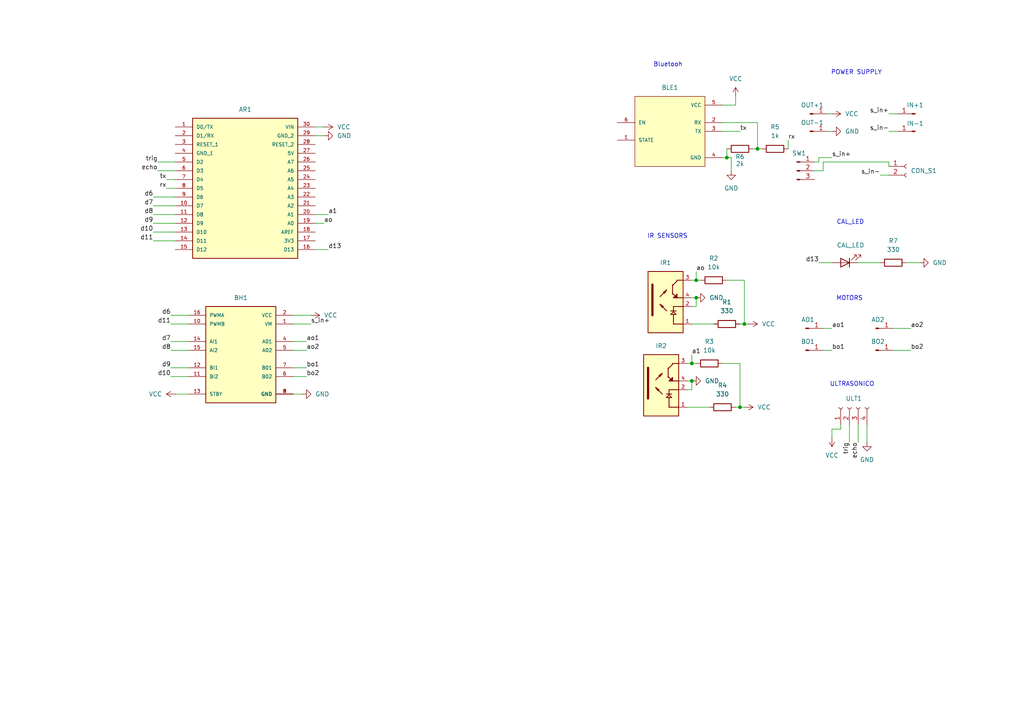
<source format=kicad_sch>
(kicad_sch (version 20250114) (generator "eeschema") (generator_version "9.0")
  (paper "A4")
  (lib_symbols
    (symbol "A000005:A000005" (pin_names (offset 1.016))
      (property "Reference" "U" (at -15.2534 21.1154 0))
      (property "Value" "A000005" (at -15.2429 -22.8688 0))
      (symbol "A000005_0_0"
        (rectangle (start -15.24 -20.32) (end 15.24 20.32) (stroke (width 0.254)) (fill (type background)))
        (pin bidirectional line (at -20.32 17.78 0) (length 5.08) (name "D0/TX") (number "1"))
        (pin bidirectional line (at -20.32 15.24 0) (length 5.08) (name "D1/RX") (number "2"))
        (pin input line (at -20.32 12.7 0) (length 5.08) (name "RESET_1") (number "3"))
        (pin power_in line (at -20.32 10.16 0) (length 5.08) (name "GND_1") (number "4"))
        (pin bidirectional line (at -20.32 7.62 0) (length 5.08) (name "D2") (number "5"))
        (pin bidirectional line (at -20.32 5.08 0) (length 5.08) (name "D3") (number "6"))
        (pin bidirectional line (at -20.32 2.54 0) (length 5.08) (name "D4") (number "7"))
        (pin bidirectional line (at -20.32 0 0) (length 5.08) (name "D5") (number "8"))
        (pin bidirectional line (at -20.32 -2.54 0) (length 5.08) (name "D6") (number "9"))
        (pin bidirectional line (at -20.32 -5.08 0) (length 5.08) (name "D7") (number "10"))
        (pin bidirectional line (at -20.32 -7.62 0) (length 5.08) (name "D8") (number "11"))
        (pin bidirectional line (at -20.32 -10.16 0) (length 5.08) (name "D9") (number "12"))
        (pin bidirectional line (at -20.32 -12.7 0) (length 5.08) (name "D10") (number "13"))
        (pin bidirectional line (at -20.32 -15.24 0) (length 5.08) (name "D11") (number "14"))
        (pin bidirectional line (at -20.32 -17.78 0) (length 5.08) (name "D12") (number "15"))
        (pin power_in line (at 20.32 17.78 180) (length 5.08) (name "VIN") (number "30"))
        (pin power_in line (at 20.32 15.24 180) (length 5.08) (name "GND_2") (number "29"))
        (pin input line (at 20.32 12.7 180) (length 5.08) (name "RESET_2") (number "28"))
        (pin power_in line (at 20.32 10.16 180) (length 5.08) (name "5V") (number "27"))
        (pin input line (at 20.32 7.62 180) (length 5.08) (name "A7") (number "26"))
        (pin input line (at 20.32 5.08 180) (length 5.08) (name "A6") (number "25"))
        (pin input line (at 20.32 2.54 180) (length 5.08) (name "A5") (number "24"))
        (pin input line (at 20.32 0 180) (length 5.08) (name "A4") (number "23"))
        (pin input line (at 20.32 -2.54 180) (length 5.08) (name "A3") (number "22"))
        (pin input line (at 20.32 -5.08 180) (length 5.08) (name "A2") (number "21"))
        (pin input line (at 20.32 -7.62 180) (length 5.08) (name "A1") (number "20"))
        (pin input line (at 20.32 -10.16 180) (length 5.08) (name "A0") (number "19"))
        (pin input line (at 20.32 -12.7 180) (length 5.08) (name "AREF") (number "18"))
        (pin power_in line (at 20.32 -15.24 180) (length 5.08) (name "3V3") (number "17"))
        (pin bidirectional line (at 20.32 -17.78 180) (length 5.08) (name "D13") (number "16"))
      )
    )
    (symbol "Connector:Conn_01x01_Pin" (pin_names (offset 1.016) (hide yes))
      (property "Reference" "J" (at 0 2.54 0))
      (property "Value" "Conn_01x01_Pin" (at 0 -2.54 0))
      (symbol "Conn_01x01_Pin_1_1"
        (rectangle (start 0.8636 0.127) (end 0 -0.127) (stroke (width 0.1524)) (fill (type outline)))
        (polyline (pts (xy 1.27 0) (xy 0.8636 0)) (stroke (width 0.1524)))
        (pin passive line (at 5.08 0 180) (length 3.81) (name "Pin_1") (number "1"))
      )
    )
    (symbol "Connector:Conn_01x02_Socket" (pin_names (offset 1.016) (hide yes))
      (property "Reference" "J" (at 0 2.54 0))
      (property "Value" "Conn_01x02_Socket" (at 0 -5.08 0))
      (symbol "Conn_01x02_Socket_1_1"
        (polyline (pts (xy -1.27 0) (xy -0.508 0)) (stroke (width 0.1524)))
        (polyline (pts (xy -1.27 -2.54) (xy -0.508 -2.54)) (stroke (width 0.1524)))
        (arc (start 0 -0.508) (mid -0.5058 0) (end 0 0.508) (stroke (width 0.1524)))
        (arc (start 0 -3.048) (mid -0.5058 -2.54) (end 0 -2.032) (stroke (width 0.1524)))
        (pin passive line (at -5.08 0 0) (length 3.81) (name "Pin_1") (number "1"))
        (pin passive line (at -5.08 -2.54 0) (length 3.81) (name "Pin_2") (number "2"))
      )
    )
    (symbol "Connector:Conn_01x03_Pin" (pin_names (offset 1.016) (hide yes))
      (property "Reference" "J" (at 0 5.08 0))
      (property "Value" "Conn_01x03_Pin" (at 0 -5.08 0))
      (symbol "Conn_01x03_Pin_1_1"
        (rectangle (start 0.8636 2.667) (end 0 2.413) (stroke (width 0.1524)) (fill (type outline)))
        (rectangle (start 0.8636 0.127) (end 0 -0.127) (stroke (width 0.1524)) (fill (type outline)))
        (rectangle (start 0.8636 -2.413) (end 0 -2.667) (stroke (width 0.1524)) (fill (type outline)))
        (polyline (pts (xy 1.27 2.54) (xy 0.8636 2.54)) (stroke (width 0.1524)))
        (polyline (pts (xy 1.27 0) (xy 0.8636 0)) (stroke (width 0.1524)))
        (polyline (pts (xy 1.27 -2.54) (xy 0.8636 -2.54)) (stroke (width 0.1524)))
        (pin passive line (at 5.08 2.54 180) (length 3.81) (name "Pin_1") (number "1"))
        (pin passive line (at 5.08 0 180) (length 3.81) (name "Pin_2") (number "2"))
        (pin passive line (at 5.08 -2.54 180) (length 3.81) (name "Pin_3") (number "3"))
      )
    )
    (symbol "Connector:Conn_01x04_Socket" (pin_names (offset 1.016) (hide yes))
      (property "Reference" "J" (at 0 5.08 0))
      (property "Value" "Conn_01x04_Socket" (at 0 -7.62 0))
      (symbol "Conn_01x04_Socket_1_1"
        (polyline (pts (xy -1.27 2.54) (xy -0.508 2.54)) (stroke (width 0.1524)))
        (polyline (pts (xy -1.27 0) (xy -0.508 0)) (stroke (width 0.1524)))
        (polyline (pts (xy -1.27 -2.54) (xy -0.508 -2.54)) (stroke (width 0.1524)))
        (polyline (pts (xy -1.27 -5.08) (xy -0.508 -5.08)) (stroke (width 0.1524)))
        (arc (start 0 2.032) (mid -0.5058 2.54) (end 0 3.048) (stroke (width 0.1524)))
        (arc (start 0 -0.508) (mid -0.5058 0) (end 0 0.508) (stroke (width 0.1524)))
        (arc (start 0 -3.048) (mid -0.5058 -2.54) (end 0 -2.032) (stroke (width 0.1524)))
        (arc (start 0 -5.588) (mid -0.5058 -5.08) (end 0 -4.572) (stroke (width 0.1524)))
        (pin passive line (at -5.08 2.54 0) (length 3.81) (name "Pin_1") (number "1"))
        (pin passive line (at -5.08 0 0) (length 3.81) (name "Pin_2") (number "2"))
        (pin passive line (at -5.08 -2.54 0) (length 3.81) (name "Pin_3") (number "3"))
        (pin passive line (at -5.08 -5.08 0) (length 3.81) (name "Pin_4") (number "4"))
      )
    )
    (symbol "Device:LED" (pin_numbers (hide yes)) (pin_names (offset 1.016) (hide yes))
      (property "Reference" "D" (at 0 2.54 0))
      (property "Value" "LED" (at 0 -2.54 0))
      (symbol "LED_0_1"
        (polyline (pts (xy -3.048 -0.762) (xy -4.572 -2.286) (xy -3.81 -2.286) (xy -4.572 -2.286) (xy -4.572 -1.524)))
        (polyline (pts (xy -1.778 -0.762) (xy -3.302 -2.286) (xy -2.54 -2.286) (xy -3.302 -2.286) (xy -3.302 -1.524)))
        (polyline (pts (xy -1.27 0) (xy 1.27 0)))
        (polyline (pts (xy -1.27 -1.27) (xy -1.27 1.27)) (stroke (width 0.254)))
        (polyline (pts (xy 1.27 -1.27) (xy 1.27 1.27) (xy -1.27 0) (xy 1.27 -1.27)) (stroke (width 0.254)))
      )
      (symbol "LED_1_1"
        (pin passive line (at -3.81 0 0) (length 2.54) (name "K") (number "1"))
        (pin passive line (at 3.81 0 180) (length 2.54) (name "A") (number "2"))
      )
    )
    (symbol "Device:R" (pin_numbers (hide yes)) (pin_names (offset 0))
      (property "Reference" "R" (at 2.032 0 90))
      (property "Value" "R" (at 0 0 90))
      (symbol "R_0_1"
        (rectangle (start -1.016 -2.54) (end 1.016 2.54) (stroke (width 0.254)))
      )
      (symbol "R_1_1"
        (pin passive line (at 0 3.81 270) (length 1.27) (name "~") (number "1"))
        (pin passive line (at 0 -3.81 90) (length 1.27) (name "~") (number "2"))
      )
    )
    (symbol "QRE1113:QRE1113" (pin_names (offset 1.016))
      (property "Reference" "U" (at -5.08 10.795 0))
      (property "Value" "QRE1113" (at -5.08 -10.16 0))
      (symbol "QRE1113_0_0"
        (rectangle (start -5.08 -7.62) (end 5.08 10.16) (stroke (width 0.254)) (fill (type background)))
        (polyline (pts (xy -3.81 6.35) (xy -3.81 -2.54)) (stroke (width 0.635)))
        (polyline (pts (xy -1.5875 2.8575) (xy 0.3175 4.7625)) (stroke (width 0.254)))
        (polyline (pts (xy -1.5875 0.635) (xy -0.9525 -0.3175)) (stroke (width 0.254)))
        (polyline (pts (xy -1.5875 0.635) (xy -0.635 0)) (stroke (width 0.254)))
        (polyline (pts (xy 0.3175 4.7625) (xy -0.635 4.1275)) (stroke (width 0.254)))
        (polyline (pts (xy 0.3175 4.7625) (xy -0.3175 3.81)) (stroke (width 0.254)))
        (polyline (pts (xy 0.3175 -1.27) (xy -1.5875 0.635)) (stroke (width 0.254)))
        (polyline (pts (xy 2.032 6.096) (xy 2.032 6.35)) (stroke (width 0.254)))
        (polyline (pts (xy 2.032 6.096) (xy 2.032 3.81)) (stroke (width 0.254)))
        (polyline (pts (xy 2.032 3.81) (xy 2.032 3.556)) (stroke (width 0.254)))
        (polyline (pts (xy 2.032 3.81) (xy 3.302 2.54)) (stroke (width 0.254)))
        (polyline (pts (xy 2.286 2.54) (xy 3.048 2.54)) (stroke (width 0.254)))
        (polyline (pts (xy 2.286 0) (xy 5.08 0)) (stroke (width 0.254)))
        (polyline (pts (xy 2.286 -1.27) (xy 2.286 0)) (stroke (width 0.254)))
        (polyline (pts (xy 2.286 -1.524) (xy 1.524 -2.286)) (stroke (width 0.254)))
        (polyline (pts (xy 2.286 -2.286) (xy 1.524 -2.286)) (stroke (width 0.254)))
        (polyline (pts (xy 2.286 -2.286) (xy 3.048 -2.286)) (stroke (width 0.254)))
        (polyline (pts (xy 2.286 -5.08) (xy 2.286 -2.286)) (stroke (width 0.254)))
        (polyline (pts (xy 2.54 2.794) (xy 2.286 2.54)) (stroke (width 0.254)))
        (polyline (pts (xy 2.54 2.794) (xy 2.794 2.794)) (stroke (width 0.254)))
        (polyline (pts (xy 2.794 2.794) (xy 3.048 2.54)) (stroke (width 0.254)))
        (polyline (pts (xy 3.048 3.048) (xy 2.794 2.794)) (stroke (width 0.254)))
        (polyline (pts (xy 3.048 3.048) (xy 3.302 3.302)) (stroke (width 0.254)))
        (polyline (pts (xy 3.048 2.54) (xy 3.048 3.048)) (stroke (width 0.254)))
        (polyline (pts (xy 3.048 2.54) (xy 3.302 2.54)) (stroke (width 0.254)))
        (polyline (pts (xy 3.048 -1.27) (xy 1.524 -1.27)) (stroke (width 0.254)))
        (polyline (pts (xy 3.048 -2.286) (xy 2.286 -1.524)) (stroke (width 0.254)))
        (polyline (pts (xy 3.302 7.62) (xy 3.302 7.366)) (stroke (width 0.254)))
        (polyline (pts (xy 3.302 7.366) (xy 2.032 6.096)) (stroke (width 0.254)))
        (polyline (pts (xy 3.302 3.556) (xy 2.54 2.794)) (stroke (width 0.254)))
        (polyline (pts (xy 3.302 3.302) (xy 3.302 3.556)) (stroke (width 0.254)))
        (polyline (pts (xy 3.302 2.794) (xy 3.048 3.048)) (stroke (width 0.254)))
        (polyline (pts (xy 3.302 2.794) (xy 3.302 3.302)) (stroke (width 0.254)))
        (polyline (pts (xy 3.302 2.54) (xy 3.302 2.794)) (stroke (width 0.254)))
        (polyline (pts (xy 3.302 2.54) (xy 5.08 2.54)) (stroke (width 0.254)))
        (polyline (pts (xy 5.08 7.62) (xy 3.302 7.62)) (stroke (width 0.254)))
        (polyline (pts (xy 5.08 -5.08) (xy 2.286 -5.08)) (stroke (width 0.254)))
        (pin passive line (at 7.62 7.62 180) (length 2.54) (name "~") (number "3"))
        (pin passive line (at 7.62 2.54 180) (length 2.54) (name "~") (number "4"))
        (pin passive line (at 7.62 0 180) (length 2.54) (name "~") (number "2"))
        (pin passive line (at 7.62 -5.08 180) (length 2.54) (name "~") (number "1"))
      )
    )
    (symbol "ROB-14450:ROB-14450" (pin_names (offset 1.016))
      (property "Reference" "U" (at -10.16 16.002 0))
      (property "Value" "ROB-14450" (at -10.16 -15.24 0))
      (symbol "ROB-14450_0_0"
        (rectangle (start -10.16 -12.7) (end 10.16 15.24) (stroke (width 0.254)) (fill (type background)))
        (pin input line (at -15.24 12.7 0) (length 5.08) (name "PWMA") (number "16"))
        (pin input line (at -15.24 10.16 0) (length 5.08) (name "PWMB") (number "10"))
        (pin input line (at -15.24 5.08 0) (length 5.08) (name "AI1") (number "14"))
        (pin input line (at -15.24 2.54 0) (length 5.08) (name "AI2") (number "15"))
        (pin input line (at -15.24 -2.54 0) (length 5.08) (name "BI1") (number "12"))
        (pin input line (at -15.24 -5.08 0) (length 5.08) (name "BI2") (number "11"))
        (pin input line (at -15.24 -10.16 0) (length 5.08) (name "STBY") (number "13"))
        (pin power_in line (at 15.24 12.7 180) (length 5.08) (name "VCC") (number "2"))
        (pin power_in line (at 15.24 10.16 180) (length 5.08) (name "VM") (number "1"))
        (pin output line (at 15.24 5.08 180) (length 5.08) (name "A01") (number "4"))
        (pin output line (at 15.24 2.54 180) (length 5.08) (name "A02") (number "5"))
        (pin output line (at 15.24 -2.54 180) (length 5.08) (name "B01") (number "7"))
        (pin output line (at 15.24 -5.08 180) (length 5.08) (name "B02") (number "6"))
        (pin power_in line (at 15.24 -10.16 180) (length 5.08) (name "GND") (number "3"))
        (pin power_in line (at 15.24 -10.16 180) (length 5.08) (name "GND") (number "8"))
        (pin power_in line (at 15.24 -10.16 180) (length 5.08) (name "GND") (number "9"))
      )
    )
    (symbol "ZC142200:ZC142200" (pin_names (offset 1.016))
      (property "Reference" "U" (at -10.16 10.922 0))
      (property "Value" "ZC142200" (at -10.16 -12.7 0))
      (symbol "ZC142200_0_0"
        (rectangle (start -10.16 -10.16) (end 10.16 10.16) (stroke (width 0.1524)) (fill (type background)))
        (pin input line (at -15.24 2.54 0) (length 5.08) (name "EN") (number "6"))
        (pin input line (at -15.24 -2.54 0) (length 5.08) (name "STATE") (number "1"))
        (pin power_in line (at 15.24 7.62 180) (length 5.08) (name "VCC") (number "5"))
        (pin input line (at 15.24 2.54 180) (length 5.08) (name "RX") (number "2"))
        (pin output line (at 15.24 0 180) (length 5.08) (name "TX") (number "3"))
        (pin power_in line (at 15.24 -7.62 180) (length 5.08) (name "GND") (number "4"))
      )
    )
    (symbol "power:GND" (power) (pin_numbers (hide yes)) (pin_names (offset 0) (hide yes))
      (property "Value" "GND" (at 0 -3.81 0))
      (symbol "GND_0_1"
        (polyline (pts (xy 0 0) (xy 0 -1.27) (xy 1.27 -1.27) (xy 0 -2.54) (xy -1.27 -1.27) (xy 0 -1.27)))
      )
      (symbol "GND_1_1"
        (pin power_in line (at 0 0 270) (length 0) (name "~") (number "1"))
      )
    )
    (symbol "power:VCC" (power) (pin_numbers (hide yes)) (pin_names (offset 0) (hide yes))
      (property "Value" "VCC" (at 0 3.556 0))
      (symbol "VCC_0_1"
        (polyline (pts (xy -0.762 1.27) (xy 0 2.54)))
        (polyline (pts (xy 0 2.54) (xy 0.762 1.27)))
        (polyline (pts (xy 0 0) (xy 0 2.54)))
      )
      (symbol "VCC_1_1"
        (pin power_in line (at 0 0 90) (length 0) (name "~") (number "1"))
      )
    )
  )
  (text "POWER SUPPLY\n" (at 248.412 21.082 0) (effects (font (size 1.27 1.27))))
  (text "ULTRASONICO\n" (at 247.142 111.506 0) (effects (font (size 1.27 1.27))))
  (text "IR SENSORS\n" (at 187.706 68.58 0) (effects (font (size 1.27 1.27)) (justify left)))
  (text "Bluetooh" (at 189.484 18.796 0) (effects (font (size 1.27 1.27)) (justify left)))
  (text "CAL_LED\n" (at 246.634 64.516 0) (effects (font (size 1.27 1.27))))
  (text "MOTORS\n" (at 246.38 86.614 0) (effects (font (size 1.27 1.27))))
  (junction (at 210.82 45.72))
  (junction (at 219.71 43.18))
  (junction (at 214.63 118.11))
  (junction (at 201.93 86.36))
  (junction (at 200.66 105.41))
  (junction (at 200.66 110.49))
  (junction (at 201.93 81.28))
  (junction (at 215.9 93.98))
  (wire (pts (xy 218.44 43.18) (xy 219.71 43.18)))
  (wire (pts (xy 207.01 93.98) (xy 200.66 93.98)))
  (wire (pts (xy 91.44 62.23) (xy 95.25 62.23)))
  (wire (pts (xy 205.74 118.11) (xy 199.39 118.11)))
  (wire (pts (xy 243.84 124.46) (xy 243.84 123.19)))
  (wire (pts (xy 44.45 57.15) (xy 50.8 57.15)))
  (wire (pts (xy 246.38 123.19) (xy 246.38 128.27)))
  (wire (pts (xy 91.44 72.39) (xy 95.25 72.39)))
  (wire (pts (xy 255.27 50.8) (xy 257.81 50.8)))
  (wire (pts (xy 248.92 76.2) (xy 255.27 76.2)))
  (wire (pts (xy 85.09 99.06) (xy 88.9 99.06)))
  (wire (pts (xy 238.76 101.6) (xy 241.3 101.6)))
  (wire (pts (xy 48.26 54.61) (xy 50.8 54.61)))
  (wire (pts (xy 248.92 123.19) (xy 248.92 128.27)))
  (wire (pts (xy 209.55 105.41) (xy 214.63 105.41)))
  (wire (pts (xy 241.3 124.46) (xy 241.3 127)))
  (wire (pts (xy 85.09 91.44) (xy 90.17 91.44)))
  (wire (pts (xy 209.55 45.72) (xy 210.82 45.72)))
  (wire (pts (xy 200.66 81.28) (xy 201.93 81.28)))
  (wire (pts (xy 45.72 49.53) (xy 50.8 49.53)))
  (wire (pts (xy 85.09 93.98) (xy 90.17 93.98)))
  (wire (pts (xy 210.82 45.72) (xy 212.09 45.72)))
  (wire (pts (xy 85.09 101.6) (xy 88.9 101.6)))
  (wire (pts (xy 241.3 124.46) (xy 243.84 124.46)))
  (wire (pts (xy 200.66 86.36) (xy 201.93 86.36)))
  (wire (pts (xy 238.76 95.25) (xy 241.3 95.25)))
  (wire (pts (xy 49.53 91.44) (xy 54.61 91.44)))
  (wire (pts (xy 259.08 101.6) (xy 264.16 101.6)))
  (wire (pts (xy 200.66 88.9) (xy 201.93 88.9)))
  (wire (pts (xy 236.22 46.99) (xy 237.49 46.99)))
  (wire (pts (xy 214.63 105.41) (xy 214.63 118.11)))
  (wire (pts (xy 219.71 43.18) (xy 220.98 43.18)))
  (wire (pts (xy 85.09 106.68) (xy 88.9 106.68)))
  (wire (pts (xy 200.66 110.49) (xy 200.66 113.03)))
  (wire (pts (xy 201.93 86.36) (xy 201.93 88.9)))
  (wire (pts (xy 48.26 52.07) (xy 50.8 52.07)))
  (wire (pts (xy 257.81 48.26) (xy 257.81 46.99)))
  (wire (pts (xy 200.66 105.41) (xy 201.93 105.41)))
  (wire (pts (xy 49.53 109.22) (xy 54.61 109.22)))
  (wire (pts (xy 49.53 101.6) (xy 54.61 101.6)))
  (wire (pts (xy 49.53 106.68) (xy 54.61 106.68)))
  (wire (pts (xy 91.44 39.37) (xy 93.98 39.37)))
  (wire (pts (xy 257.81 33.02) (xy 260.35 33.02)))
  (wire (pts (xy 237.49 46.99) (xy 237.49 45.72)))
  (wire (pts (xy 44.45 64.77) (xy 50.8 64.77)))
  (wire (pts (xy 209.55 30.48) (xy 213.36 30.48)))
  (wire (pts (xy 91.44 36.83) (xy 93.98 36.83)))
  (wire (pts (xy 85.09 114.3) (xy 87.63 114.3)))
  (wire (pts (xy 91.44 64.77) (xy 93.98 64.77)))
  (wire (pts (xy 262.89 76.2) (xy 266.7 76.2)))
  (wire (pts (xy 237.49 45.72) (xy 241.3 45.72)))
  (wire (pts (xy 199.39 105.41) (xy 200.66 105.41)))
  (wire (pts (xy 49.53 93.98) (xy 54.61 93.98)))
  (wire (pts (xy 44.45 59.69) (xy 50.8 59.69)))
  (wire (pts (xy 251.46 123.19) (xy 251.46 128.27)))
  (wire (pts (xy 213.36 30.48) (xy 213.36 27.94)))
  (wire (pts (xy 214.63 118.11) (xy 215.9 118.11)))
  (wire (pts (xy 209.55 38.1) (xy 214.63 38.1)))
  (wire (pts (xy 50.8 114.3) (xy 54.61 114.3)))
  (wire (pts (xy 238.76 46.99) (xy 238.76 49.53)))
  (wire (pts (xy 200.66 102.87) (xy 200.66 105.41)))
  (wire (pts (xy 238.76 49.53) (xy 236.22 49.53)))
  (wire (pts (xy 215.9 81.28) (xy 215.9 93.98)))
  (wire (pts (xy 44.45 62.23) (xy 50.8 62.23)))
  (wire (pts (xy 212.09 45.72) (xy 212.09 49.53)))
  (wire (pts (xy 257.81 38.1) (xy 260.35 38.1)))
  (wire (pts (xy 240.03 33.02) (xy 241.3 33.02)))
  (wire (pts (xy 201.93 81.28) (xy 203.2 81.28)))
  (wire (pts (xy 213.36 118.11) (xy 214.63 118.11)))
  (wire (pts (xy 228.6 40.64) (xy 228.6 43.18)))
  (wire (pts (xy 199.39 113.03) (xy 200.66 113.03)))
  (wire (pts (xy 201.93 78.74) (xy 201.93 81.28)))
  (wire (pts (xy 240.03 38.1) (xy 241.3 38.1)))
  (wire (pts (xy 259.08 95.25) (xy 264.16 95.25)))
  (wire (pts (xy 257.81 46.99) (xy 238.76 46.99)))
  (wire (pts (xy 49.53 99.06) (xy 54.61 99.06)))
  (wire (pts (xy 210.82 81.28) (xy 215.9 81.28)))
  (wire (pts (xy 85.09 109.22) (xy 88.9 109.22)))
  (wire (pts (xy 219.71 35.56) (xy 219.71 43.18)))
  (wire (pts (xy 44.45 67.31) (xy 50.8 67.31)))
  (wire (pts (xy 215.9 93.98) (xy 217.17 93.98)))
  (wire (pts (xy 210.82 43.18) (xy 210.82 45.72)))
  (wire (pts (xy 209.55 35.56) (xy 219.71 35.56)))
  (wire (pts (xy 214.63 93.98) (xy 215.9 93.98)))
  (wire (pts (xy 237.49 76.2) (xy 241.3 76.2)))
  (wire (pts (xy 44.45 69.85) (xy 50.8 69.85)))
  (wire (pts (xy 199.39 110.49) (xy 200.66 110.49)))
  (wire (pts (xy 45.72 46.99) (xy 50.8 46.99)))
  (label "d8" (at 49.53 101.6 180))
  (label "rx" (at 48.26 54.61 180))
  (label "d10" (at 44.45 67.31 180))
  (label "bo1" (at 88.9 106.68 0))
  (label "ao2" (at 88.9 101.6 0))
  (label "d13" (at 237.49 76.2 180))
  (label "d10" (at 49.53 109.22 180))
  (label "bo2" (at 88.9 109.22 0))
  (label "ao1" (at 88.9 99.06 0))
  (label "ao1" (at 241.3 95.25 0))
  (label "a1" (at 200.66 102.87 0))
  (label "s_in-" (at 255.27 50.8 180))
  (label "bo1" (at 241.3 101.6 0))
  (label "d6" (at 44.45 57.15 180))
  (label "d9" (at 44.45 64.77 180))
  (label "d6" (at 49.53 91.44 180))
  (label "d9" (at 49.53 106.68 180))
  (label "tx" (at 48.26 52.07 180))
  (label "trig" (at 45.72 46.99 180))
  (label "bo2" (at 264.16 101.6 0))
  (label "s_in+" (at 257.81 33.02 180))
  (label "ao" (at 93.98 64.77 0))
  (label "ao" (at 201.93 78.74 0))
  (label "d7" (at 49.53 99.06 180))
  (label "d13" (at 95.25 72.39 0))
  (label "s_in-" (at 257.81 38.1 180))
  (label "trig" (at 246.38 128.27 270))
  (label "d7" (at 44.45 59.69 180))
  (label "echo" (at 45.72 49.53 180))
  (label "s_in+" (at 241.3 45.72 0))
  (label "tx" (at 214.63 38.1 0))
  (label "d11" (at 49.53 93.98 180))
  (label "s_in+" (at 90.17 93.98 0))
  (label "d11" (at 44.45 69.85 180))
  (label "rx" (at 228.6 40.64 0))
  (label "echo" (at 248.92 128.27 270))
  (label "a1" (at 95.25 62.23 0))
  (label "ao2" (at 264.16 95.25 0))
  (label "d8" (at 44.45 62.23 180))
  (symbol (lib_id "power:GND") (at 212.09 49.53 0) (unit 1)
    (property "Reference" "#PWR011" (effects (hide yes)))
    (property "Value" "GND" (at 212.09 54.61 0))
    (property "Description" "Power symbol creates a global label with name \"GND\" , ground" (effects (hide yes)))
  )
  (symbol (lib_id "Connector:Conn_01x01_Pin") (at 265.43 38.1 180) (unit 1)
    (property "Reference" "IN-1" (at 265.43 35.814 0))
    (property "Value" "Conn_01x01_Pin" (effects (hide yes)))
    (property "Footprint" "Connector_PinHeader_1.00mm:PinHeader_1x01_P1.00mm_Vertical" (effects (hide yes)))
    (property "Description" "Generic connector, single row, 01x01, script generated" (effects (hide yes)))
  )
  (symbol (lib_id "power:VCC") (at 213.36 27.94 0) (unit 1)
    (property "Reference" "#PWR012" (effects (hide yes)))
    (property "Value" "VCC" (at 213.36 22.86 0))
    (property "Description" "Power symbol creates a global label with name \"VCC\"" (effects (hide yes)))
  )
  (symbol (lib_id "Device:R") (at 209.55 118.11 90) (unit 1)
    (property "Reference" "R4" (at 209.55 111.76 90))
    (property "Value" "330" (at 209.55 114.3 90))
    (property "Footprint" "Resistor_THT:R_Axial_DIN0204_L3.6mm_D1.6mm_P7.62mm_Horizontal" (effects (hide yes)))
    (property "Description" "Resistor" (effects (hide yes)))
  )
  (symbol (lib_id "Connector:Conn_01x01_Pin") (at 254 95.25 0) (unit 1)
    (property "Reference" "AO2" (at 254.635 92.71 0))
    (property "Value" "Conn_01x01_Pin" (effects (hide yes)))
    (property "Footprint" "Connector_PinHeader_1.00mm:PinHeader_1x01_P1.00mm_Vertical" (effects (hide yes)))
    (property "Description" "Generic connector, single row, 01x01, script generated" (effects (hide yes)))
  )
  (symbol (lib_id "Connector:Conn_01x01_Pin") (at 234.95 38.1 0) (unit 1)
    (property "Reference" "OUT-1" (at 235.585 35.56 0))
    (property "Value" "Conn_01x01_Pin" (effects (hide yes)))
    (property "Footprint" "Connector_PinHeader_1.00mm:PinHeader_1x01_P1.00mm_Vertical" (effects (hide yes)))
    (property "Description" "Generic connector, single row, 01x01, script generated" (effects (hide yes)))
  )
  (symbol (lib_id "Device:R") (at 224.79 43.18 90) (unit 1)
    (property "Reference" "R5" (at 224.79 36.83 90))
    (property "Value" "1k" (at 224.79 39.37 90))
    (property "Footprint" "Resistor_THT:R_Axial_DIN0204_L3.6mm_D1.6mm_P7.62mm_Horizontal" (effects (hide yes)))
    (property "Description" "Resistor" (effects (hide yes)))
  )
  (symbol (lib_id "power:GND") (at 266.7 76.2 90) (unit 1)
    (property "Reference" "#PWR06" (effects (hide yes)))
    (property "Value" "GND" (at 270.51 76.1999 90) (effects (justify right)))
    (property "Description" "Power symbol creates a global label with name \"GND\" , ground" (effects (hide yes)))
  )
  (symbol (lib_id "power:GND") (at 251.46 128.27 0) (unit 1)
    (property "Reference" "#PWR010" (effects (hide yes)))
    (property "Value" "GND" (at 251.46 133.35 0))
    (property "Description" "Power symbol creates a global label with name \"GND\" , ground" (effects (hide yes)))
  )
  (symbol (lib_id "power:VCC") (at 241.3 33.02 270) (unit 1)
    (property "Reference" "#PWR05" (effects (hide yes)))
    (property "Value" "VCC" (at 245.11 33.0199 90) (effects (justify left)))
    (property "Description" "Power symbol creates a global label with name \"VCC\"" (effects (hide yes)))
  )
  (symbol (lib_id "Connector:Conn_01x01_Pin") (at 265.43 33.02 180) (unit 1)
    (property "Reference" "IN+1" (at 265.43 30.48 0))
    (property "Value" "Conn_01x01_Pin" (effects (hide yes)))
    (property "Footprint" "Connector_PinHeader_1.00mm:PinHeader_1x01_P1.00mm_Vertical" (effects (hide yes)))
    (property "Description" "Generic connector, single row, 01x01, script generated" (effects (hide yes)))
  )
  (symbol (lib_id "Connector:Conn_01x04_Socket") (at 246.38 118.11 90) (unit 1)
    (property "Reference" "ULT1" (at 247.65 115.57 90))
    (property "Value" "Conn_01x04_Socket" (effects (hide yes)))
    (property "Footprint" "Connector_PinHeader_2.00mm:PinHeader_1x04_P2.00mm_Vertical" (effects (hide yes)))
    (property "Description" "Generic connector, single row, 01x04, script generated" (effects (hide yes)))
  )
  (symbol (lib_id "Connector:Conn_01x01_Pin") (at 233.68 95.25 0) (unit 1)
    (property "Reference" "AO1" (at 234.315 92.71 0))
    (property "Value" "Conn_01x01_Pin" (effects (hide yes)))
    (property "Footprint" "Connector_PinHeader_1.00mm:PinHeader_1x01_P1.00mm_Vertical" (effects (hide yes)))
    (property "Description" "Generic connector, single row, 01x01, script generated" (effects (hide yes)))
  )
  (symbol (lib_id "ZC142200:ZC142200") (at 194.31 38.1 0) (unit 1)
    (property "Reference" "BLE1" (at 194.31 25.4 0))
    (property "Value" "ZC142200" (effects (hide yes)))
    (property "Footprint" "ZC142200:MODULE_ZC142200" (effects (hide yes)))
    (property "MF" "YKS" (effects (hide yes)))
    (property "MAXIMUM_PACKAGE_HEIGHT" "37.5mm" (effects (hide yes)))
    (property "Package" "None" (effects (hide yes)))
    (property "Price" "None" (effects (hide yes)))
    (property "Check_prices" "https://www.snapeda.com/parts/ZC142200/YKS/view-part/?ref=eda" (effects (hide yes)))
    (property "STANDARD" "Manufacturer Recommendations" (effects (hide yes)))
    (property "PARTREV" "N/A" (effects (hide yes)))
    (property "SnapEDA_Link" "https://www.snapeda.com/parts/ZC142200/YKS/view-part/?ref=snap" (effects (hide yes)))
    (property "MP" "ZC142200" (effects (hide yes)))
    (property "Description_1" "1pc HC-05 6 Pin Wireless Bluetooth RF Transceiver Module Serial For Arduino" (effects (hide yes)))
    (property "Availability" "Not in stock" (effects (hide yes)))
    (property "MANUFACTURER" "YKS" (effects (hide yes)))
  )
  (symbol (lib_id "power:VCC") (at 215.9 118.11 270) (unit 1)
    (property "Reference" "#PWR016" (effects (hide yes)))
    (property "Value" "VCC" (at 219.71 118.1099 90) (effects (justify left)))
    (property "Description" "Power symbol creates a global label with name \"VCC\"" (effects (hide yes)))
  )
  (symbol (lib_id "Device:R") (at 205.74 105.41 90) (unit 1)
    (property "Reference" "R3" (at 205.74 99.06 90))
    (property "Value" "10k" (at 205.74 101.6 90))
    (property "Footprint" "Resistor_THT:R_Axial_DIN0204_L3.6mm_D1.6mm_P7.62mm_Horizontal" (effects (hide yes)))
    (property "Description" "Resistor" (effects (hide yes)))
  )
  (symbol (lib_id "power:GND") (at 201.93 86.36 90) (unit 1)
    (property "Reference" "#PWR014" (effects (hide yes)))
    (property "Value" "GND" (at 205.74 86.3599 90) (effects (justify right)))
    (property "Description" "Power symbol creates a global label with name \"GND\" , ground" (effects (hide yes)))
  )
  (symbol (lib_id "power:VCC") (at 241.3 127 180) (unit 1)
    (property "Reference" "#PWR09" (effects (hide yes)))
    (property "Value" "VCC" (at 241.3 132.08 0))
    (property "Description" "Power symbol creates a global label with name \"VCC\"" (effects (hide yes)))
  )
  (symbol (lib_id "power:GND") (at 241.3 38.1 90) (unit 1)
    (property "Reference" "#PWR04" (effects (hide yes)))
    (property "Value" "GND" (at 245.11 38.0999 90) (effects (justify right)))
    (property "Description" "Power symbol creates a global label with name \"GND\" , ground" (effects (hide yes)))
  )
  (symbol (lib_id "Device:R") (at 210.82 93.98 90) (unit 1)
    (property "Reference" "R1" (at 210.82 87.63 90))
    (property "Value" "330" (at 210.82 90.17 90))
    (property "Footprint" "Resistor_THT:R_Axial_DIN0204_L3.6mm_D1.6mm_P7.62mm_Horizontal" (effects (hide yes)))
    (property "Description" "Resistor" (effects (hide yes)))
  )
  (symbol (lib_id "Device:LED") (at 245.11 76.2 180) (unit 1)
    (property "Reference" "D1" (effects (hide yes)))
    (property "Value" "CAL_LED" (at 246.6975 71.12 0))
    (property "Footprint" "LED_THT:LED_D5.0mm" (effects (hide yes)))
    (property "Description" "Light emitting diode" (effects (hide yes)))
    (property "Sim.Pins" "1=K 2=A" (effects (hide yes)))
  )
  (symbol (lib_id "Device:R") (at 259.08 76.2 90) (unit 1)
    (property "Reference" "R7" (at 259.08 69.85 90))
    (property "Value" "330" (at 259.08 72.39 90))
    (property "Footprint" "Resistor_THT:R_Axial_DIN0204_L3.6mm_D1.6mm_P7.62mm_Horizontal" (effects (hide yes)))
    (property "Description" "Resistor" (effects (hide yes)))
  )
  (symbol (lib_id "Device:R") (at 207.01 81.28 90) (unit 1)
    (property "Reference" "R2" (at 207.01 74.93 90))
    (property "Value" "10k" (at 207.01 77.47 90))
    (property "Footprint" "Resistor_THT:R_Axial_DIN0204_L3.6mm_D1.6mm_P7.62mm_Horizontal" (effects (hide yes)))
    (property "Description" "Resistor" (effects (hide yes)))
  )
  (symbol (lib_id "power:GND") (at 93.98 39.37 90) (unit 1)
    (property "Reference" "#PWR03" (effects (hide yes)))
    (property "Value" "GND" (at 97.79 39.3699 90) (effects (justify right)))
    (property "Description" "Power symbol creates a global label with name \"GND\" , ground" (effects (hide yes)))
  )
  (symbol (lib_id "power:VCC") (at 90.17 91.44 270) (unit 1)
    (property "Reference" "#PWR08" (effects (hide yes)))
    (property "Value" "VCC" (at 93.98 91.4399 90) (effects (justify left)))
    (property "Description" "Power symbol creates a global label with name \"VCC\"" (effects (hide yes)))
  )
  (symbol (lib_id "power:VCC") (at 93.98 36.83 270) (unit 1)
    (property "Reference" "#PWR02" (effects (hide yes)))
    (property "Value" "VCC" (at 97.79 36.8299 90) (effects (justify left)))
    (property "Description" "Power symbol creates a global label with name \"VCC\"" (effects (hide yes)))
  )
  (symbol (lib_id "power:VCC") (at 50.8 114.3 90) (unit 1)
    (property "Reference" "#PWR07" (effects (hide yes)))
    (property "Value" "VCC" (at 46.99 114.2999 90) (effects (justify left)))
    (property "Description" "Power symbol creates a global label with name \"VCC\"" (effects (hide yes)))
  )
  (symbol (lib_id "QRE1113:QRE1113") (at 193.04 88.9 0) (unit 1)
    (property "Reference" "IR1" (at 193.04 76.2 0))
    (property "Value" "QRE1113" (effects (hide yes)))
    (property "Footprint" "QRE1113:DIP400W50P180L360H200Q4" (effects (hide yes)))
    (property "MF" "ON Semiconductor" (effects (hide yes)))
    (property "DESCRIPTION" "OPTOCOUPLER, PHOTOTRANSISTOR; No. of Channels: 1; Optocoupler Output Type: Phototr" (effects (hide yes)))
    (property "PACKAGE" "DIP-4 ON Semiconductor" (effects (hide yes)))
    (property "PRICE" "None" (effects (hide yes)))
    (property "Package" "NON-STANDARD-4 ON Semiconductor" (effects (hide yes)))
    (property "Check_prices" "https://www.snapeda.com/parts/QRE1113/Onsemi/view-part/?ref=eda" (effects (hide yes)))
    (property "STANDARD" "IPC-7251" (effects (hide yes)))
    (property "PARTREV" "5" (effects (hide yes)))
    (property "SnapEDA_Link" "https://www.snapeda.com/parts/QRE1113/Onsemi/view-part/?ref=snap" (effects (hide yes)))
    (property "MP" "QRE1113" (effects (hide yes)))
    (property "Price" "None" (effects (hide yes)))
    (property "Description_1" "Reflective Optical Sensor 0.039 (1mm) 4-DIP (0.157, 4.00mm)" (effects (hide yes)))
    (property "Availability" "In Stock" (effects (hide yes)))
    (property "AVAILABILITY" "Unavailable" (effects (hide yes)))
    (property "MANUFACTURER" "On Semiconductor" (effects (hide yes)))
  )
  (symbol (lib_id "power:VCC") (at 217.17 93.98 270) (unit 1)
    (property "Reference" "#PWR013" (effects (hide yes)))
    (property "Value" "VCC" (at 220.98 93.9799 90) (effects (justify left)))
    (property "Description" "Power symbol creates a global label with name \"VCC\"" (effects (hide yes)))
  )
  (symbol (lib_id "Device:R") (at 214.63 43.18 90) (unit 1)
    (property "Reference" "R6" (at 214.63 45.466 90))
    (property "Value" "2k" (at 214.63 47.498 90))
    (property "Footprint" "Resistor_THT:R_Axial_DIN0204_L3.6mm_D1.6mm_P7.62mm_Horizontal" (effects (hide yes)))
    (property "Description" "Resistor" (effects (hide yes)))
  )
  (symbol (lib_id "Connector:Conn_01x01_Pin") (at 233.68 101.6 0) (unit 1)
    (property "Reference" "BO1" (at 234.315 99.06 0))
    (property "Value" "Conn_01x01_Pin" (effects (hide yes)))
    (property "Footprint" "Connector_PinHeader_1.00mm:PinHeader_1x01_P1.00mm_Vertical" (effects (hide yes)))
    (property "Description" "Generic connector, single row, 01x01, script generated" (effects (hide yes)))
  )
  (symbol (lib_id "QRE1113:QRE1113") (at 191.77 113.03 0) (unit 1)
    (property "Reference" "IR2" (at 191.77 100.33 0))
    (property "Value" "QRE1113" (effects (hide yes)))
    (property "Footprint" "QRE1113:DIP400W50P180L360H200Q4" (effects (hide yes)))
    (property "MF" "ON Semiconductor" (effects (hide yes)))
    (property "DESCRIPTION" "OPTOCOUPLER, PHOTOTRANSISTOR; No. of Channels: 1; Optocoupler Output Type: Phototr" (effects (hide yes)))
    (property "PACKAGE" "DIP-4 ON Semiconductor" (effects (hide yes)))
    (property "PRICE" "None" (effects (hide yes)))
    (property "Package" "NON-STANDARD-4 ON Semiconductor" (effects (hide yes)))
    (property "Check_prices" "https://www.snapeda.com/parts/QRE1113/Onsemi/view-part/?ref=eda" (effects (hide yes)))
    (property "STANDARD" "IPC-7251" (effects (hide yes)))
    (property "PARTREV" "5" (effects (hide yes)))
    (property "SnapEDA_Link" "https://www.snapeda.com/parts/QRE1113/Onsemi/view-part/?ref=snap" (effects (hide yes)))
    (property "MP" "QRE1113" (effects (hide yes)))
    (property "Price" "None" (effects (hide yes)))
    (property "Description_1" "Reflective Optical Sensor 0.039 (1mm) 4-DIP (0.157, 4.00mm)" (effects (hide yes)))
    (property "Availability" "In Stock" (effects (hide yes)))
    (property "AVAILABILITY" "Unavailable" (effects (hide yes)))
    (property "MANUFACTURER" "On Semiconductor" (effects (hide yes)))
  )
  (symbol (lib_id "A000005:A000005") (at 71.12 54.61 0) (unit 1)
    (property "Reference" "AR1" (at 71.12 31.75 0))
    (property "Value" "A000005" (effects (hide yes)))
    (property "Footprint" "A000005:MODULE_A000005" (effects (hide yes)))
    (property "MF" "Gravitech" (effects (hide yes)))
    (property "MAXIMUM_PACKAGE_HEIGHT" "N/A" (effects (hide yes)))
    (property "Package" "Non-Standard Arduino" (effects (hide yes)))
    (property "Price" "None" (effects (hide yes)))
    (property "Check_prices" "https://www.snapeda.com/parts/A000005/Gravitech/view-part/?ref=eda" (effects (hide yes)))
    (property "STANDARD" "Manufacturer Recommendations" (effects (hide yes)))
    (property "PARTREV" "23/03/2020" (effects (hide yes)))
    (property "SnapEDA_Link" "https://www.snapeda.com/parts/A000005/Gravitech/view-part/?ref=snap" (effects (hide yes)))
    (property "MP" "A000005" (effects (hide yes)))
    (property "Description_1" "The Arduino Nano featuring the ATmega328 AVR 8-bit MCU is a compact and versatile evaluation platform ideal for embedded development. This board offers 22 digital I/O pins, 8 analog inputs, and 6 PWM outputs, providing ample connectivity for various sensors and actuators. Operating at a clock speed of 16 MHz and a logic level voltage of 5V, the Arduino Nano is compatible with the Arduino IDE, making it accessible for both beginners and experienced developers. Its breadboard-friendly form factor ensures easy integration into prototypes and small projects." (effects (hide yes)))
    (property "Availability" "Not in stock" (effects (hide yes)))
    (property "MANUFACTURER" "Arduino" (effects (hide yes)))
  )
  (symbol (lib_id "power:GND") (at 200.66 110.49 90) (unit 1)
    (property "Reference" "#PWR015" (effects (hide yes)))
    (property "Value" "GND" (at 204.47 110.4899 90) (effects (justify right)))
    (property "Description" "Power symbol creates a global label with name \"GND\" , ground" (effects (hide yes)))
  )
  (symbol (lib_id "ROB-14450:ROB-14450") (at 69.85 104.14 0) (unit 1)
    (property "Reference" "BH1" (at 69.85 86.36 0))
    (property "Value" "ROB-14450" (effects (hide yes)))
    (property "Footprint" "ROB-14450:MODULE_ROB-14450" (effects (hide yes)))
    (property "MF" "SparkFun Electronics" (effects (hide yes)))
    (property "Description_1" "TB6612FNG - Motor Controller/Driver Power Management Evaluation Board" (effects (hide yes)))
    (property "Package" "None" (effects (hide yes)))
    (property "Price" "None" (effects (hide yes)))
    (property "Check_prices" "https://www.snapeda.com/parts/ROB-14450/SparkFun/view-part/?ref=eda" (effects (hide yes)))
    (property "STANDARD" "Manufacturer Recommendation" (effects (hide yes)))
    (property "PARTREV" "11-13-17" (effects (hide yes)))
    (property "SnapEDA_Link" "https://www.snapeda.com/parts/ROB-14450/SparkFun/view-part/?ref=snap" (effects (hide yes)))
    (property "MP" "ROB-14450" (effects (hide yes)))
    (property "Availability" "In Stock" (effects (hide yes)))
    (property "MANUFACTURER" "Sparkfun Electronics" (effects (hide yes)))
  )
  (symbol (lib_id "Connector:Conn_01x01_Pin") (at 254 101.6 0) (unit 1)
    (property "Reference" "BO2" (at 254.635 99.06 0))
    (property "Value" "Conn_01x01_Pin" (effects (hide yes)))
    (property "Footprint" "Connector_PinHeader_1.00mm:PinHeader_1x01_P1.00mm_Vertical" (effects (hide yes)))
    (property "Description" "Generic connector, single row, 01x01, script generated" (effects (hide yes)))
  )
  (symbol (lib_id "Connector:Conn_01x01_Pin") (at 234.95 33.02 0) (unit 1)
    (property "Reference" "OUT+1" (at 235.585 30.48 0))
    (property "Value" "Conn_01x01_Pin" (effects (hide yes)))
    (property "Footprint" "Connector_PinHeader_1.00mm:PinHeader_1x01_P1.00mm_Vertical" (effects (hide yes)))
    (property "Description" "Generic connector, single row, 01x01, script generated" (effects (hide yes)))
  )
  (symbol (lib_id "Connector:Conn_01x02_Socket") (at 262.89 48.26 0) (unit 1)
    (property "Reference" "CON_S1" (at 264.16 49.5299 0) (effects (justify left)))
    (property "Value" "Conn_01x02_Socket" (effects (hide yes)))
    (property "Footprint" "Connector_AMASS:AMASS_XT60-M_1x02_P7.20mm_Vertical" (effects (hide yes)))
    (property "Description" "Generic connector, single row, 01x02, script generated" (effects (hide yes)))
  )
  (symbol (lib_id "Connector:Conn_01x03_Pin") (at 231.14 49.53 0) (unit 1)
    (property "Reference" "SW1" (at 231.775 44.45 0))
    (property "Value" "Conn_01x03_Pin" (effects (hide yes)))
    (property "Footprint" "Connector_PinHeader_1.00mm:PinHeader_1x03_P1.00mm_Vertical" (effects (hide yes)))
    (property "Description" "Generic connector, single row, 01x03, script generated" (effects (hide yes)))
  )
  (symbol (lib_id "power:GND") (at 87.63 114.3 90) (unit 1)
    (property "Reference" "#PWR01" (effects (hide yes)))
    (property "Value" "GND" (at 91.44 114.2999 90) (effects (justify right)))
    (property "Description" "Power symbol creates a global label with name \"GND\" , ground" (effects (hide yes)))
  )
)
</source>
